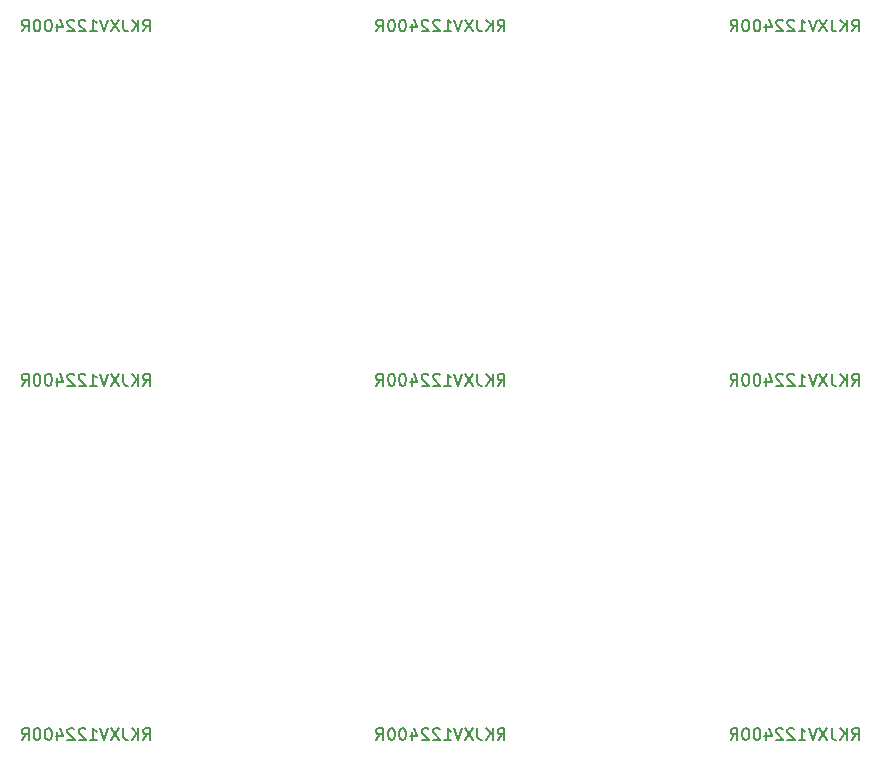
<source format=gbo>
%TF.GenerationSoftware,KiCad,Pcbnew,8.0.7*%
%TF.CreationDate,2025-02-11T00:04:32+09:00*%
%TF.ProjectId,joystick_pcb_3x3,6a6f7973-7469-4636-9b5f-7063625f3378,rev?*%
%TF.SameCoordinates,Original*%
%TF.FileFunction,Legend,Bot*%
%TF.FilePolarity,Positive*%
%FSLAX46Y46*%
G04 Gerber Fmt 4.6, Leading zero omitted, Abs format (unit mm)*
G04 Created by KiCad (PCBNEW 8.0.7) date 2025-02-11 00:04:32*
%MOMM*%
%LPD*%
G01*
G04 APERTURE LIST*
%ADD10C,0.150000*%
G04 APERTURE END LIST*
D10*
X94833333Y-87944819D02*
X95166666Y-87468628D01*
X95404761Y-87944819D02*
X95404761Y-86944819D01*
X95404761Y-86944819D02*
X95023809Y-86944819D01*
X95023809Y-86944819D02*
X94928571Y-86992438D01*
X94928571Y-86992438D02*
X94880952Y-87040057D01*
X94880952Y-87040057D02*
X94833333Y-87135295D01*
X94833333Y-87135295D02*
X94833333Y-87278152D01*
X94833333Y-87278152D02*
X94880952Y-87373390D01*
X94880952Y-87373390D02*
X94928571Y-87421009D01*
X94928571Y-87421009D02*
X95023809Y-87468628D01*
X95023809Y-87468628D02*
X95404761Y-87468628D01*
X94404761Y-87944819D02*
X94404761Y-86944819D01*
X93833333Y-87944819D02*
X94261904Y-87373390D01*
X93833333Y-86944819D02*
X94404761Y-87516247D01*
X93119047Y-86944819D02*
X93119047Y-87659104D01*
X93119047Y-87659104D02*
X93166666Y-87801961D01*
X93166666Y-87801961D02*
X93261904Y-87897200D01*
X93261904Y-87897200D02*
X93404761Y-87944819D01*
X93404761Y-87944819D02*
X93499999Y-87944819D01*
X92738094Y-86944819D02*
X92071428Y-87944819D01*
X92071428Y-86944819D02*
X92738094Y-87944819D01*
X91833332Y-86944819D02*
X91499999Y-87944819D01*
X91499999Y-87944819D02*
X91166666Y-86944819D01*
X90309523Y-87944819D02*
X90880951Y-87944819D01*
X90595237Y-87944819D02*
X90595237Y-86944819D01*
X90595237Y-86944819D02*
X90690475Y-87087676D01*
X90690475Y-87087676D02*
X90785713Y-87182914D01*
X90785713Y-87182914D02*
X90880951Y-87230533D01*
X89928570Y-87040057D02*
X89880951Y-86992438D01*
X89880951Y-86992438D02*
X89785713Y-86944819D01*
X89785713Y-86944819D02*
X89547618Y-86944819D01*
X89547618Y-86944819D02*
X89452380Y-86992438D01*
X89452380Y-86992438D02*
X89404761Y-87040057D01*
X89404761Y-87040057D02*
X89357142Y-87135295D01*
X89357142Y-87135295D02*
X89357142Y-87230533D01*
X89357142Y-87230533D02*
X89404761Y-87373390D01*
X89404761Y-87373390D02*
X89976189Y-87944819D01*
X89976189Y-87944819D02*
X89357142Y-87944819D01*
X88976189Y-87040057D02*
X88928570Y-86992438D01*
X88928570Y-86992438D02*
X88833332Y-86944819D01*
X88833332Y-86944819D02*
X88595237Y-86944819D01*
X88595237Y-86944819D02*
X88499999Y-86992438D01*
X88499999Y-86992438D02*
X88452380Y-87040057D01*
X88452380Y-87040057D02*
X88404761Y-87135295D01*
X88404761Y-87135295D02*
X88404761Y-87230533D01*
X88404761Y-87230533D02*
X88452380Y-87373390D01*
X88452380Y-87373390D02*
X89023808Y-87944819D01*
X89023808Y-87944819D02*
X88404761Y-87944819D01*
X87547618Y-87278152D02*
X87547618Y-87944819D01*
X87785713Y-86897200D02*
X88023808Y-87611485D01*
X88023808Y-87611485D02*
X87404761Y-87611485D01*
X86833332Y-86944819D02*
X86738094Y-86944819D01*
X86738094Y-86944819D02*
X86642856Y-86992438D01*
X86642856Y-86992438D02*
X86595237Y-87040057D01*
X86595237Y-87040057D02*
X86547618Y-87135295D01*
X86547618Y-87135295D02*
X86499999Y-87325771D01*
X86499999Y-87325771D02*
X86499999Y-87563866D01*
X86499999Y-87563866D02*
X86547618Y-87754342D01*
X86547618Y-87754342D02*
X86595237Y-87849580D01*
X86595237Y-87849580D02*
X86642856Y-87897200D01*
X86642856Y-87897200D02*
X86738094Y-87944819D01*
X86738094Y-87944819D02*
X86833332Y-87944819D01*
X86833332Y-87944819D02*
X86928570Y-87897200D01*
X86928570Y-87897200D02*
X86976189Y-87849580D01*
X86976189Y-87849580D02*
X87023808Y-87754342D01*
X87023808Y-87754342D02*
X87071427Y-87563866D01*
X87071427Y-87563866D02*
X87071427Y-87325771D01*
X87071427Y-87325771D02*
X87023808Y-87135295D01*
X87023808Y-87135295D02*
X86976189Y-87040057D01*
X86976189Y-87040057D02*
X86928570Y-86992438D01*
X86928570Y-86992438D02*
X86833332Y-86944819D01*
X85880951Y-86944819D02*
X85785713Y-86944819D01*
X85785713Y-86944819D02*
X85690475Y-86992438D01*
X85690475Y-86992438D02*
X85642856Y-87040057D01*
X85642856Y-87040057D02*
X85595237Y-87135295D01*
X85595237Y-87135295D02*
X85547618Y-87325771D01*
X85547618Y-87325771D02*
X85547618Y-87563866D01*
X85547618Y-87563866D02*
X85595237Y-87754342D01*
X85595237Y-87754342D02*
X85642856Y-87849580D01*
X85642856Y-87849580D02*
X85690475Y-87897200D01*
X85690475Y-87897200D02*
X85785713Y-87944819D01*
X85785713Y-87944819D02*
X85880951Y-87944819D01*
X85880951Y-87944819D02*
X85976189Y-87897200D01*
X85976189Y-87897200D02*
X86023808Y-87849580D01*
X86023808Y-87849580D02*
X86071427Y-87754342D01*
X86071427Y-87754342D02*
X86119046Y-87563866D01*
X86119046Y-87563866D02*
X86119046Y-87325771D01*
X86119046Y-87325771D02*
X86071427Y-87135295D01*
X86071427Y-87135295D02*
X86023808Y-87040057D01*
X86023808Y-87040057D02*
X85976189Y-86992438D01*
X85976189Y-86992438D02*
X85880951Y-86944819D01*
X84547618Y-87944819D02*
X84880951Y-87468628D01*
X85119046Y-87944819D02*
X85119046Y-86944819D01*
X85119046Y-86944819D02*
X84738094Y-86944819D01*
X84738094Y-86944819D02*
X84642856Y-86992438D01*
X84642856Y-86992438D02*
X84595237Y-87040057D01*
X84595237Y-87040057D02*
X84547618Y-87135295D01*
X84547618Y-87135295D02*
X84547618Y-87278152D01*
X84547618Y-87278152D02*
X84595237Y-87373390D01*
X84595237Y-87373390D02*
X84642856Y-87421009D01*
X84642856Y-87421009D02*
X84738094Y-87468628D01*
X84738094Y-87468628D02*
X85119046Y-87468628D01*
X64833333Y-87944819D02*
X65166666Y-87468628D01*
X65404761Y-87944819D02*
X65404761Y-86944819D01*
X65404761Y-86944819D02*
X65023809Y-86944819D01*
X65023809Y-86944819D02*
X64928571Y-86992438D01*
X64928571Y-86992438D02*
X64880952Y-87040057D01*
X64880952Y-87040057D02*
X64833333Y-87135295D01*
X64833333Y-87135295D02*
X64833333Y-87278152D01*
X64833333Y-87278152D02*
X64880952Y-87373390D01*
X64880952Y-87373390D02*
X64928571Y-87421009D01*
X64928571Y-87421009D02*
X65023809Y-87468628D01*
X65023809Y-87468628D02*
X65404761Y-87468628D01*
X64404761Y-87944819D02*
X64404761Y-86944819D01*
X63833333Y-87944819D02*
X64261904Y-87373390D01*
X63833333Y-86944819D02*
X64404761Y-87516247D01*
X63119047Y-86944819D02*
X63119047Y-87659104D01*
X63119047Y-87659104D02*
X63166666Y-87801961D01*
X63166666Y-87801961D02*
X63261904Y-87897200D01*
X63261904Y-87897200D02*
X63404761Y-87944819D01*
X63404761Y-87944819D02*
X63499999Y-87944819D01*
X62738094Y-86944819D02*
X62071428Y-87944819D01*
X62071428Y-86944819D02*
X62738094Y-87944819D01*
X61833332Y-86944819D02*
X61499999Y-87944819D01*
X61499999Y-87944819D02*
X61166666Y-86944819D01*
X60309523Y-87944819D02*
X60880951Y-87944819D01*
X60595237Y-87944819D02*
X60595237Y-86944819D01*
X60595237Y-86944819D02*
X60690475Y-87087676D01*
X60690475Y-87087676D02*
X60785713Y-87182914D01*
X60785713Y-87182914D02*
X60880951Y-87230533D01*
X59928570Y-87040057D02*
X59880951Y-86992438D01*
X59880951Y-86992438D02*
X59785713Y-86944819D01*
X59785713Y-86944819D02*
X59547618Y-86944819D01*
X59547618Y-86944819D02*
X59452380Y-86992438D01*
X59452380Y-86992438D02*
X59404761Y-87040057D01*
X59404761Y-87040057D02*
X59357142Y-87135295D01*
X59357142Y-87135295D02*
X59357142Y-87230533D01*
X59357142Y-87230533D02*
X59404761Y-87373390D01*
X59404761Y-87373390D02*
X59976189Y-87944819D01*
X59976189Y-87944819D02*
X59357142Y-87944819D01*
X58976189Y-87040057D02*
X58928570Y-86992438D01*
X58928570Y-86992438D02*
X58833332Y-86944819D01*
X58833332Y-86944819D02*
X58595237Y-86944819D01*
X58595237Y-86944819D02*
X58499999Y-86992438D01*
X58499999Y-86992438D02*
X58452380Y-87040057D01*
X58452380Y-87040057D02*
X58404761Y-87135295D01*
X58404761Y-87135295D02*
X58404761Y-87230533D01*
X58404761Y-87230533D02*
X58452380Y-87373390D01*
X58452380Y-87373390D02*
X59023808Y-87944819D01*
X59023808Y-87944819D02*
X58404761Y-87944819D01*
X57547618Y-87278152D02*
X57547618Y-87944819D01*
X57785713Y-86897200D02*
X58023808Y-87611485D01*
X58023808Y-87611485D02*
X57404761Y-87611485D01*
X56833332Y-86944819D02*
X56738094Y-86944819D01*
X56738094Y-86944819D02*
X56642856Y-86992438D01*
X56642856Y-86992438D02*
X56595237Y-87040057D01*
X56595237Y-87040057D02*
X56547618Y-87135295D01*
X56547618Y-87135295D02*
X56499999Y-87325771D01*
X56499999Y-87325771D02*
X56499999Y-87563866D01*
X56499999Y-87563866D02*
X56547618Y-87754342D01*
X56547618Y-87754342D02*
X56595237Y-87849580D01*
X56595237Y-87849580D02*
X56642856Y-87897200D01*
X56642856Y-87897200D02*
X56738094Y-87944819D01*
X56738094Y-87944819D02*
X56833332Y-87944819D01*
X56833332Y-87944819D02*
X56928570Y-87897200D01*
X56928570Y-87897200D02*
X56976189Y-87849580D01*
X56976189Y-87849580D02*
X57023808Y-87754342D01*
X57023808Y-87754342D02*
X57071427Y-87563866D01*
X57071427Y-87563866D02*
X57071427Y-87325771D01*
X57071427Y-87325771D02*
X57023808Y-87135295D01*
X57023808Y-87135295D02*
X56976189Y-87040057D01*
X56976189Y-87040057D02*
X56928570Y-86992438D01*
X56928570Y-86992438D02*
X56833332Y-86944819D01*
X55880951Y-86944819D02*
X55785713Y-86944819D01*
X55785713Y-86944819D02*
X55690475Y-86992438D01*
X55690475Y-86992438D02*
X55642856Y-87040057D01*
X55642856Y-87040057D02*
X55595237Y-87135295D01*
X55595237Y-87135295D02*
X55547618Y-87325771D01*
X55547618Y-87325771D02*
X55547618Y-87563866D01*
X55547618Y-87563866D02*
X55595237Y-87754342D01*
X55595237Y-87754342D02*
X55642856Y-87849580D01*
X55642856Y-87849580D02*
X55690475Y-87897200D01*
X55690475Y-87897200D02*
X55785713Y-87944819D01*
X55785713Y-87944819D02*
X55880951Y-87944819D01*
X55880951Y-87944819D02*
X55976189Y-87897200D01*
X55976189Y-87897200D02*
X56023808Y-87849580D01*
X56023808Y-87849580D02*
X56071427Y-87754342D01*
X56071427Y-87754342D02*
X56119046Y-87563866D01*
X56119046Y-87563866D02*
X56119046Y-87325771D01*
X56119046Y-87325771D02*
X56071427Y-87135295D01*
X56071427Y-87135295D02*
X56023808Y-87040057D01*
X56023808Y-87040057D02*
X55976189Y-86992438D01*
X55976189Y-86992438D02*
X55880951Y-86944819D01*
X54547618Y-87944819D02*
X54880951Y-87468628D01*
X55119046Y-87944819D02*
X55119046Y-86944819D01*
X55119046Y-86944819D02*
X54738094Y-86944819D01*
X54738094Y-86944819D02*
X54642856Y-86992438D01*
X54642856Y-86992438D02*
X54595237Y-87040057D01*
X54595237Y-87040057D02*
X54547618Y-87135295D01*
X54547618Y-87135295D02*
X54547618Y-87278152D01*
X54547618Y-87278152D02*
X54595237Y-87373390D01*
X54595237Y-87373390D02*
X54642856Y-87421009D01*
X54642856Y-87421009D02*
X54738094Y-87468628D01*
X54738094Y-87468628D02*
X55119046Y-87468628D01*
X34833333Y-87944819D02*
X35166666Y-87468628D01*
X35404761Y-87944819D02*
X35404761Y-86944819D01*
X35404761Y-86944819D02*
X35023809Y-86944819D01*
X35023809Y-86944819D02*
X34928571Y-86992438D01*
X34928571Y-86992438D02*
X34880952Y-87040057D01*
X34880952Y-87040057D02*
X34833333Y-87135295D01*
X34833333Y-87135295D02*
X34833333Y-87278152D01*
X34833333Y-87278152D02*
X34880952Y-87373390D01*
X34880952Y-87373390D02*
X34928571Y-87421009D01*
X34928571Y-87421009D02*
X35023809Y-87468628D01*
X35023809Y-87468628D02*
X35404761Y-87468628D01*
X34404761Y-87944819D02*
X34404761Y-86944819D01*
X33833333Y-87944819D02*
X34261904Y-87373390D01*
X33833333Y-86944819D02*
X34404761Y-87516247D01*
X33119047Y-86944819D02*
X33119047Y-87659104D01*
X33119047Y-87659104D02*
X33166666Y-87801961D01*
X33166666Y-87801961D02*
X33261904Y-87897200D01*
X33261904Y-87897200D02*
X33404761Y-87944819D01*
X33404761Y-87944819D02*
X33499999Y-87944819D01*
X32738094Y-86944819D02*
X32071428Y-87944819D01*
X32071428Y-86944819D02*
X32738094Y-87944819D01*
X31833332Y-86944819D02*
X31499999Y-87944819D01*
X31499999Y-87944819D02*
X31166666Y-86944819D01*
X30309523Y-87944819D02*
X30880951Y-87944819D01*
X30595237Y-87944819D02*
X30595237Y-86944819D01*
X30595237Y-86944819D02*
X30690475Y-87087676D01*
X30690475Y-87087676D02*
X30785713Y-87182914D01*
X30785713Y-87182914D02*
X30880951Y-87230533D01*
X29928570Y-87040057D02*
X29880951Y-86992438D01*
X29880951Y-86992438D02*
X29785713Y-86944819D01*
X29785713Y-86944819D02*
X29547618Y-86944819D01*
X29547618Y-86944819D02*
X29452380Y-86992438D01*
X29452380Y-86992438D02*
X29404761Y-87040057D01*
X29404761Y-87040057D02*
X29357142Y-87135295D01*
X29357142Y-87135295D02*
X29357142Y-87230533D01*
X29357142Y-87230533D02*
X29404761Y-87373390D01*
X29404761Y-87373390D02*
X29976189Y-87944819D01*
X29976189Y-87944819D02*
X29357142Y-87944819D01*
X28976189Y-87040057D02*
X28928570Y-86992438D01*
X28928570Y-86992438D02*
X28833332Y-86944819D01*
X28833332Y-86944819D02*
X28595237Y-86944819D01*
X28595237Y-86944819D02*
X28499999Y-86992438D01*
X28499999Y-86992438D02*
X28452380Y-87040057D01*
X28452380Y-87040057D02*
X28404761Y-87135295D01*
X28404761Y-87135295D02*
X28404761Y-87230533D01*
X28404761Y-87230533D02*
X28452380Y-87373390D01*
X28452380Y-87373390D02*
X29023808Y-87944819D01*
X29023808Y-87944819D02*
X28404761Y-87944819D01*
X27547618Y-87278152D02*
X27547618Y-87944819D01*
X27785713Y-86897200D02*
X28023808Y-87611485D01*
X28023808Y-87611485D02*
X27404761Y-87611485D01*
X26833332Y-86944819D02*
X26738094Y-86944819D01*
X26738094Y-86944819D02*
X26642856Y-86992438D01*
X26642856Y-86992438D02*
X26595237Y-87040057D01*
X26595237Y-87040057D02*
X26547618Y-87135295D01*
X26547618Y-87135295D02*
X26499999Y-87325771D01*
X26499999Y-87325771D02*
X26499999Y-87563866D01*
X26499999Y-87563866D02*
X26547618Y-87754342D01*
X26547618Y-87754342D02*
X26595237Y-87849580D01*
X26595237Y-87849580D02*
X26642856Y-87897200D01*
X26642856Y-87897200D02*
X26738094Y-87944819D01*
X26738094Y-87944819D02*
X26833332Y-87944819D01*
X26833332Y-87944819D02*
X26928570Y-87897200D01*
X26928570Y-87897200D02*
X26976189Y-87849580D01*
X26976189Y-87849580D02*
X27023808Y-87754342D01*
X27023808Y-87754342D02*
X27071427Y-87563866D01*
X27071427Y-87563866D02*
X27071427Y-87325771D01*
X27071427Y-87325771D02*
X27023808Y-87135295D01*
X27023808Y-87135295D02*
X26976189Y-87040057D01*
X26976189Y-87040057D02*
X26928570Y-86992438D01*
X26928570Y-86992438D02*
X26833332Y-86944819D01*
X25880951Y-86944819D02*
X25785713Y-86944819D01*
X25785713Y-86944819D02*
X25690475Y-86992438D01*
X25690475Y-86992438D02*
X25642856Y-87040057D01*
X25642856Y-87040057D02*
X25595237Y-87135295D01*
X25595237Y-87135295D02*
X25547618Y-87325771D01*
X25547618Y-87325771D02*
X25547618Y-87563866D01*
X25547618Y-87563866D02*
X25595237Y-87754342D01*
X25595237Y-87754342D02*
X25642856Y-87849580D01*
X25642856Y-87849580D02*
X25690475Y-87897200D01*
X25690475Y-87897200D02*
X25785713Y-87944819D01*
X25785713Y-87944819D02*
X25880951Y-87944819D01*
X25880951Y-87944819D02*
X25976189Y-87897200D01*
X25976189Y-87897200D02*
X26023808Y-87849580D01*
X26023808Y-87849580D02*
X26071427Y-87754342D01*
X26071427Y-87754342D02*
X26119046Y-87563866D01*
X26119046Y-87563866D02*
X26119046Y-87325771D01*
X26119046Y-87325771D02*
X26071427Y-87135295D01*
X26071427Y-87135295D02*
X26023808Y-87040057D01*
X26023808Y-87040057D02*
X25976189Y-86992438D01*
X25976189Y-86992438D02*
X25880951Y-86944819D01*
X24547618Y-87944819D02*
X24880951Y-87468628D01*
X25119046Y-87944819D02*
X25119046Y-86944819D01*
X25119046Y-86944819D02*
X24738094Y-86944819D01*
X24738094Y-86944819D02*
X24642856Y-86992438D01*
X24642856Y-86992438D02*
X24595237Y-87040057D01*
X24595237Y-87040057D02*
X24547618Y-87135295D01*
X24547618Y-87135295D02*
X24547618Y-87278152D01*
X24547618Y-87278152D02*
X24595237Y-87373390D01*
X24595237Y-87373390D02*
X24642856Y-87421009D01*
X24642856Y-87421009D02*
X24738094Y-87468628D01*
X24738094Y-87468628D02*
X25119046Y-87468628D01*
X94833333Y-57944819D02*
X95166666Y-57468628D01*
X95404761Y-57944819D02*
X95404761Y-56944819D01*
X95404761Y-56944819D02*
X95023809Y-56944819D01*
X95023809Y-56944819D02*
X94928571Y-56992438D01*
X94928571Y-56992438D02*
X94880952Y-57040057D01*
X94880952Y-57040057D02*
X94833333Y-57135295D01*
X94833333Y-57135295D02*
X94833333Y-57278152D01*
X94833333Y-57278152D02*
X94880952Y-57373390D01*
X94880952Y-57373390D02*
X94928571Y-57421009D01*
X94928571Y-57421009D02*
X95023809Y-57468628D01*
X95023809Y-57468628D02*
X95404761Y-57468628D01*
X94404761Y-57944819D02*
X94404761Y-56944819D01*
X93833333Y-57944819D02*
X94261904Y-57373390D01*
X93833333Y-56944819D02*
X94404761Y-57516247D01*
X93119047Y-56944819D02*
X93119047Y-57659104D01*
X93119047Y-57659104D02*
X93166666Y-57801961D01*
X93166666Y-57801961D02*
X93261904Y-57897200D01*
X93261904Y-57897200D02*
X93404761Y-57944819D01*
X93404761Y-57944819D02*
X93499999Y-57944819D01*
X92738094Y-56944819D02*
X92071428Y-57944819D01*
X92071428Y-56944819D02*
X92738094Y-57944819D01*
X91833332Y-56944819D02*
X91499999Y-57944819D01*
X91499999Y-57944819D02*
X91166666Y-56944819D01*
X90309523Y-57944819D02*
X90880951Y-57944819D01*
X90595237Y-57944819D02*
X90595237Y-56944819D01*
X90595237Y-56944819D02*
X90690475Y-57087676D01*
X90690475Y-57087676D02*
X90785713Y-57182914D01*
X90785713Y-57182914D02*
X90880951Y-57230533D01*
X89928570Y-57040057D02*
X89880951Y-56992438D01*
X89880951Y-56992438D02*
X89785713Y-56944819D01*
X89785713Y-56944819D02*
X89547618Y-56944819D01*
X89547618Y-56944819D02*
X89452380Y-56992438D01*
X89452380Y-56992438D02*
X89404761Y-57040057D01*
X89404761Y-57040057D02*
X89357142Y-57135295D01*
X89357142Y-57135295D02*
X89357142Y-57230533D01*
X89357142Y-57230533D02*
X89404761Y-57373390D01*
X89404761Y-57373390D02*
X89976189Y-57944819D01*
X89976189Y-57944819D02*
X89357142Y-57944819D01*
X88976189Y-57040057D02*
X88928570Y-56992438D01*
X88928570Y-56992438D02*
X88833332Y-56944819D01*
X88833332Y-56944819D02*
X88595237Y-56944819D01*
X88595237Y-56944819D02*
X88499999Y-56992438D01*
X88499999Y-56992438D02*
X88452380Y-57040057D01*
X88452380Y-57040057D02*
X88404761Y-57135295D01*
X88404761Y-57135295D02*
X88404761Y-57230533D01*
X88404761Y-57230533D02*
X88452380Y-57373390D01*
X88452380Y-57373390D02*
X89023808Y-57944819D01*
X89023808Y-57944819D02*
X88404761Y-57944819D01*
X87547618Y-57278152D02*
X87547618Y-57944819D01*
X87785713Y-56897200D02*
X88023808Y-57611485D01*
X88023808Y-57611485D02*
X87404761Y-57611485D01*
X86833332Y-56944819D02*
X86738094Y-56944819D01*
X86738094Y-56944819D02*
X86642856Y-56992438D01*
X86642856Y-56992438D02*
X86595237Y-57040057D01*
X86595237Y-57040057D02*
X86547618Y-57135295D01*
X86547618Y-57135295D02*
X86499999Y-57325771D01*
X86499999Y-57325771D02*
X86499999Y-57563866D01*
X86499999Y-57563866D02*
X86547618Y-57754342D01*
X86547618Y-57754342D02*
X86595237Y-57849580D01*
X86595237Y-57849580D02*
X86642856Y-57897200D01*
X86642856Y-57897200D02*
X86738094Y-57944819D01*
X86738094Y-57944819D02*
X86833332Y-57944819D01*
X86833332Y-57944819D02*
X86928570Y-57897200D01*
X86928570Y-57897200D02*
X86976189Y-57849580D01*
X86976189Y-57849580D02*
X87023808Y-57754342D01*
X87023808Y-57754342D02*
X87071427Y-57563866D01*
X87071427Y-57563866D02*
X87071427Y-57325771D01*
X87071427Y-57325771D02*
X87023808Y-57135295D01*
X87023808Y-57135295D02*
X86976189Y-57040057D01*
X86976189Y-57040057D02*
X86928570Y-56992438D01*
X86928570Y-56992438D02*
X86833332Y-56944819D01*
X85880951Y-56944819D02*
X85785713Y-56944819D01*
X85785713Y-56944819D02*
X85690475Y-56992438D01*
X85690475Y-56992438D02*
X85642856Y-57040057D01*
X85642856Y-57040057D02*
X85595237Y-57135295D01*
X85595237Y-57135295D02*
X85547618Y-57325771D01*
X85547618Y-57325771D02*
X85547618Y-57563866D01*
X85547618Y-57563866D02*
X85595237Y-57754342D01*
X85595237Y-57754342D02*
X85642856Y-57849580D01*
X85642856Y-57849580D02*
X85690475Y-57897200D01*
X85690475Y-57897200D02*
X85785713Y-57944819D01*
X85785713Y-57944819D02*
X85880951Y-57944819D01*
X85880951Y-57944819D02*
X85976189Y-57897200D01*
X85976189Y-57897200D02*
X86023808Y-57849580D01*
X86023808Y-57849580D02*
X86071427Y-57754342D01*
X86071427Y-57754342D02*
X86119046Y-57563866D01*
X86119046Y-57563866D02*
X86119046Y-57325771D01*
X86119046Y-57325771D02*
X86071427Y-57135295D01*
X86071427Y-57135295D02*
X86023808Y-57040057D01*
X86023808Y-57040057D02*
X85976189Y-56992438D01*
X85976189Y-56992438D02*
X85880951Y-56944819D01*
X84547618Y-57944819D02*
X84880951Y-57468628D01*
X85119046Y-57944819D02*
X85119046Y-56944819D01*
X85119046Y-56944819D02*
X84738094Y-56944819D01*
X84738094Y-56944819D02*
X84642856Y-56992438D01*
X84642856Y-56992438D02*
X84595237Y-57040057D01*
X84595237Y-57040057D02*
X84547618Y-57135295D01*
X84547618Y-57135295D02*
X84547618Y-57278152D01*
X84547618Y-57278152D02*
X84595237Y-57373390D01*
X84595237Y-57373390D02*
X84642856Y-57421009D01*
X84642856Y-57421009D02*
X84738094Y-57468628D01*
X84738094Y-57468628D02*
X85119046Y-57468628D01*
X64833333Y-57944819D02*
X65166666Y-57468628D01*
X65404761Y-57944819D02*
X65404761Y-56944819D01*
X65404761Y-56944819D02*
X65023809Y-56944819D01*
X65023809Y-56944819D02*
X64928571Y-56992438D01*
X64928571Y-56992438D02*
X64880952Y-57040057D01*
X64880952Y-57040057D02*
X64833333Y-57135295D01*
X64833333Y-57135295D02*
X64833333Y-57278152D01*
X64833333Y-57278152D02*
X64880952Y-57373390D01*
X64880952Y-57373390D02*
X64928571Y-57421009D01*
X64928571Y-57421009D02*
X65023809Y-57468628D01*
X65023809Y-57468628D02*
X65404761Y-57468628D01*
X64404761Y-57944819D02*
X64404761Y-56944819D01*
X63833333Y-57944819D02*
X64261904Y-57373390D01*
X63833333Y-56944819D02*
X64404761Y-57516247D01*
X63119047Y-56944819D02*
X63119047Y-57659104D01*
X63119047Y-57659104D02*
X63166666Y-57801961D01*
X63166666Y-57801961D02*
X63261904Y-57897200D01*
X63261904Y-57897200D02*
X63404761Y-57944819D01*
X63404761Y-57944819D02*
X63499999Y-57944819D01*
X62738094Y-56944819D02*
X62071428Y-57944819D01*
X62071428Y-56944819D02*
X62738094Y-57944819D01*
X61833332Y-56944819D02*
X61499999Y-57944819D01*
X61499999Y-57944819D02*
X61166666Y-56944819D01*
X60309523Y-57944819D02*
X60880951Y-57944819D01*
X60595237Y-57944819D02*
X60595237Y-56944819D01*
X60595237Y-56944819D02*
X60690475Y-57087676D01*
X60690475Y-57087676D02*
X60785713Y-57182914D01*
X60785713Y-57182914D02*
X60880951Y-57230533D01*
X59928570Y-57040057D02*
X59880951Y-56992438D01*
X59880951Y-56992438D02*
X59785713Y-56944819D01*
X59785713Y-56944819D02*
X59547618Y-56944819D01*
X59547618Y-56944819D02*
X59452380Y-56992438D01*
X59452380Y-56992438D02*
X59404761Y-57040057D01*
X59404761Y-57040057D02*
X59357142Y-57135295D01*
X59357142Y-57135295D02*
X59357142Y-57230533D01*
X59357142Y-57230533D02*
X59404761Y-57373390D01*
X59404761Y-57373390D02*
X59976189Y-57944819D01*
X59976189Y-57944819D02*
X59357142Y-57944819D01*
X58976189Y-57040057D02*
X58928570Y-56992438D01*
X58928570Y-56992438D02*
X58833332Y-56944819D01*
X58833332Y-56944819D02*
X58595237Y-56944819D01*
X58595237Y-56944819D02*
X58499999Y-56992438D01*
X58499999Y-56992438D02*
X58452380Y-57040057D01*
X58452380Y-57040057D02*
X58404761Y-57135295D01*
X58404761Y-57135295D02*
X58404761Y-57230533D01*
X58404761Y-57230533D02*
X58452380Y-57373390D01*
X58452380Y-57373390D02*
X59023808Y-57944819D01*
X59023808Y-57944819D02*
X58404761Y-57944819D01*
X57547618Y-57278152D02*
X57547618Y-57944819D01*
X57785713Y-56897200D02*
X58023808Y-57611485D01*
X58023808Y-57611485D02*
X57404761Y-57611485D01*
X56833332Y-56944819D02*
X56738094Y-56944819D01*
X56738094Y-56944819D02*
X56642856Y-56992438D01*
X56642856Y-56992438D02*
X56595237Y-57040057D01*
X56595237Y-57040057D02*
X56547618Y-57135295D01*
X56547618Y-57135295D02*
X56499999Y-57325771D01*
X56499999Y-57325771D02*
X56499999Y-57563866D01*
X56499999Y-57563866D02*
X56547618Y-57754342D01*
X56547618Y-57754342D02*
X56595237Y-57849580D01*
X56595237Y-57849580D02*
X56642856Y-57897200D01*
X56642856Y-57897200D02*
X56738094Y-57944819D01*
X56738094Y-57944819D02*
X56833332Y-57944819D01*
X56833332Y-57944819D02*
X56928570Y-57897200D01*
X56928570Y-57897200D02*
X56976189Y-57849580D01*
X56976189Y-57849580D02*
X57023808Y-57754342D01*
X57023808Y-57754342D02*
X57071427Y-57563866D01*
X57071427Y-57563866D02*
X57071427Y-57325771D01*
X57071427Y-57325771D02*
X57023808Y-57135295D01*
X57023808Y-57135295D02*
X56976189Y-57040057D01*
X56976189Y-57040057D02*
X56928570Y-56992438D01*
X56928570Y-56992438D02*
X56833332Y-56944819D01*
X55880951Y-56944819D02*
X55785713Y-56944819D01*
X55785713Y-56944819D02*
X55690475Y-56992438D01*
X55690475Y-56992438D02*
X55642856Y-57040057D01*
X55642856Y-57040057D02*
X55595237Y-57135295D01*
X55595237Y-57135295D02*
X55547618Y-57325771D01*
X55547618Y-57325771D02*
X55547618Y-57563866D01*
X55547618Y-57563866D02*
X55595237Y-57754342D01*
X55595237Y-57754342D02*
X55642856Y-57849580D01*
X55642856Y-57849580D02*
X55690475Y-57897200D01*
X55690475Y-57897200D02*
X55785713Y-57944819D01*
X55785713Y-57944819D02*
X55880951Y-57944819D01*
X55880951Y-57944819D02*
X55976189Y-57897200D01*
X55976189Y-57897200D02*
X56023808Y-57849580D01*
X56023808Y-57849580D02*
X56071427Y-57754342D01*
X56071427Y-57754342D02*
X56119046Y-57563866D01*
X56119046Y-57563866D02*
X56119046Y-57325771D01*
X56119046Y-57325771D02*
X56071427Y-57135295D01*
X56071427Y-57135295D02*
X56023808Y-57040057D01*
X56023808Y-57040057D02*
X55976189Y-56992438D01*
X55976189Y-56992438D02*
X55880951Y-56944819D01*
X54547618Y-57944819D02*
X54880951Y-57468628D01*
X55119046Y-57944819D02*
X55119046Y-56944819D01*
X55119046Y-56944819D02*
X54738094Y-56944819D01*
X54738094Y-56944819D02*
X54642856Y-56992438D01*
X54642856Y-56992438D02*
X54595237Y-57040057D01*
X54595237Y-57040057D02*
X54547618Y-57135295D01*
X54547618Y-57135295D02*
X54547618Y-57278152D01*
X54547618Y-57278152D02*
X54595237Y-57373390D01*
X54595237Y-57373390D02*
X54642856Y-57421009D01*
X54642856Y-57421009D02*
X54738094Y-57468628D01*
X54738094Y-57468628D02*
X55119046Y-57468628D01*
X34833333Y-57944819D02*
X35166666Y-57468628D01*
X35404761Y-57944819D02*
X35404761Y-56944819D01*
X35404761Y-56944819D02*
X35023809Y-56944819D01*
X35023809Y-56944819D02*
X34928571Y-56992438D01*
X34928571Y-56992438D02*
X34880952Y-57040057D01*
X34880952Y-57040057D02*
X34833333Y-57135295D01*
X34833333Y-57135295D02*
X34833333Y-57278152D01*
X34833333Y-57278152D02*
X34880952Y-57373390D01*
X34880952Y-57373390D02*
X34928571Y-57421009D01*
X34928571Y-57421009D02*
X35023809Y-57468628D01*
X35023809Y-57468628D02*
X35404761Y-57468628D01*
X34404761Y-57944819D02*
X34404761Y-56944819D01*
X33833333Y-57944819D02*
X34261904Y-57373390D01*
X33833333Y-56944819D02*
X34404761Y-57516247D01*
X33119047Y-56944819D02*
X33119047Y-57659104D01*
X33119047Y-57659104D02*
X33166666Y-57801961D01*
X33166666Y-57801961D02*
X33261904Y-57897200D01*
X33261904Y-57897200D02*
X33404761Y-57944819D01*
X33404761Y-57944819D02*
X33499999Y-57944819D01*
X32738094Y-56944819D02*
X32071428Y-57944819D01*
X32071428Y-56944819D02*
X32738094Y-57944819D01*
X31833332Y-56944819D02*
X31499999Y-57944819D01*
X31499999Y-57944819D02*
X31166666Y-56944819D01*
X30309523Y-57944819D02*
X30880951Y-57944819D01*
X30595237Y-57944819D02*
X30595237Y-56944819D01*
X30595237Y-56944819D02*
X30690475Y-57087676D01*
X30690475Y-57087676D02*
X30785713Y-57182914D01*
X30785713Y-57182914D02*
X30880951Y-57230533D01*
X29928570Y-57040057D02*
X29880951Y-56992438D01*
X29880951Y-56992438D02*
X29785713Y-56944819D01*
X29785713Y-56944819D02*
X29547618Y-56944819D01*
X29547618Y-56944819D02*
X29452380Y-56992438D01*
X29452380Y-56992438D02*
X29404761Y-57040057D01*
X29404761Y-57040057D02*
X29357142Y-57135295D01*
X29357142Y-57135295D02*
X29357142Y-57230533D01*
X29357142Y-57230533D02*
X29404761Y-57373390D01*
X29404761Y-57373390D02*
X29976189Y-57944819D01*
X29976189Y-57944819D02*
X29357142Y-57944819D01*
X28976189Y-57040057D02*
X28928570Y-56992438D01*
X28928570Y-56992438D02*
X28833332Y-56944819D01*
X28833332Y-56944819D02*
X28595237Y-56944819D01*
X28595237Y-56944819D02*
X28499999Y-56992438D01*
X28499999Y-56992438D02*
X28452380Y-57040057D01*
X28452380Y-57040057D02*
X28404761Y-57135295D01*
X28404761Y-57135295D02*
X28404761Y-57230533D01*
X28404761Y-57230533D02*
X28452380Y-57373390D01*
X28452380Y-57373390D02*
X29023808Y-57944819D01*
X29023808Y-57944819D02*
X28404761Y-57944819D01*
X27547618Y-57278152D02*
X27547618Y-57944819D01*
X27785713Y-56897200D02*
X28023808Y-57611485D01*
X28023808Y-57611485D02*
X27404761Y-57611485D01*
X26833332Y-56944819D02*
X26738094Y-56944819D01*
X26738094Y-56944819D02*
X26642856Y-56992438D01*
X26642856Y-56992438D02*
X26595237Y-57040057D01*
X26595237Y-57040057D02*
X26547618Y-57135295D01*
X26547618Y-57135295D02*
X26499999Y-57325771D01*
X26499999Y-57325771D02*
X26499999Y-57563866D01*
X26499999Y-57563866D02*
X26547618Y-57754342D01*
X26547618Y-57754342D02*
X26595237Y-57849580D01*
X26595237Y-57849580D02*
X26642856Y-57897200D01*
X26642856Y-57897200D02*
X26738094Y-57944819D01*
X26738094Y-57944819D02*
X26833332Y-57944819D01*
X26833332Y-57944819D02*
X26928570Y-57897200D01*
X26928570Y-57897200D02*
X26976189Y-57849580D01*
X26976189Y-57849580D02*
X27023808Y-57754342D01*
X27023808Y-57754342D02*
X27071427Y-57563866D01*
X27071427Y-57563866D02*
X27071427Y-57325771D01*
X27071427Y-57325771D02*
X27023808Y-57135295D01*
X27023808Y-57135295D02*
X26976189Y-57040057D01*
X26976189Y-57040057D02*
X26928570Y-56992438D01*
X26928570Y-56992438D02*
X26833332Y-56944819D01*
X25880951Y-56944819D02*
X25785713Y-56944819D01*
X25785713Y-56944819D02*
X25690475Y-56992438D01*
X25690475Y-56992438D02*
X25642856Y-57040057D01*
X25642856Y-57040057D02*
X25595237Y-57135295D01*
X25595237Y-57135295D02*
X25547618Y-57325771D01*
X25547618Y-57325771D02*
X25547618Y-57563866D01*
X25547618Y-57563866D02*
X25595237Y-57754342D01*
X25595237Y-57754342D02*
X25642856Y-57849580D01*
X25642856Y-57849580D02*
X25690475Y-57897200D01*
X25690475Y-57897200D02*
X25785713Y-57944819D01*
X25785713Y-57944819D02*
X25880951Y-57944819D01*
X25880951Y-57944819D02*
X25976189Y-57897200D01*
X25976189Y-57897200D02*
X26023808Y-57849580D01*
X26023808Y-57849580D02*
X26071427Y-57754342D01*
X26071427Y-57754342D02*
X26119046Y-57563866D01*
X26119046Y-57563866D02*
X26119046Y-57325771D01*
X26119046Y-57325771D02*
X26071427Y-57135295D01*
X26071427Y-57135295D02*
X26023808Y-57040057D01*
X26023808Y-57040057D02*
X25976189Y-56992438D01*
X25976189Y-56992438D02*
X25880951Y-56944819D01*
X24547618Y-57944819D02*
X24880951Y-57468628D01*
X25119046Y-57944819D02*
X25119046Y-56944819D01*
X25119046Y-56944819D02*
X24738094Y-56944819D01*
X24738094Y-56944819D02*
X24642856Y-56992438D01*
X24642856Y-56992438D02*
X24595237Y-57040057D01*
X24595237Y-57040057D02*
X24547618Y-57135295D01*
X24547618Y-57135295D02*
X24547618Y-57278152D01*
X24547618Y-57278152D02*
X24595237Y-57373390D01*
X24595237Y-57373390D02*
X24642856Y-57421009D01*
X24642856Y-57421009D02*
X24738094Y-57468628D01*
X24738094Y-57468628D02*
X25119046Y-57468628D01*
X94833333Y-27944819D02*
X95166666Y-27468628D01*
X95404761Y-27944819D02*
X95404761Y-26944819D01*
X95404761Y-26944819D02*
X95023809Y-26944819D01*
X95023809Y-26944819D02*
X94928571Y-26992438D01*
X94928571Y-26992438D02*
X94880952Y-27040057D01*
X94880952Y-27040057D02*
X94833333Y-27135295D01*
X94833333Y-27135295D02*
X94833333Y-27278152D01*
X94833333Y-27278152D02*
X94880952Y-27373390D01*
X94880952Y-27373390D02*
X94928571Y-27421009D01*
X94928571Y-27421009D02*
X95023809Y-27468628D01*
X95023809Y-27468628D02*
X95404761Y-27468628D01*
X94404761Y-27944819D02*
X94404761Y-26944819D01*
X93833333Y-27944819D02*
X94261904Y-27373390D01*
X93833333Y-26944819D02*
X94404761Y-27516247D01*
X93119047Y-26944819D02*
X93119047Y-27659104D01*
X93119047Y-27659104D02*
X93166666Y-27801961D01*
X93166666Y-27801961D02*
X93261904Y-27897200D01*
X93261904Y-27897200D02*
X93404761Y-27944819D01*
X93404761Y-27944819D02*
X93499999Y-27944819D01*
X92738094Y-26944819D02*
X92071428Y-27944819D01*
X92071428Y-26944819D02*
X92738094Y-27944819D01*
X91833332Y-26944819D02*
X91499999Y-27944819D01*
X91499999Y-27944819D02*
X91166666Y-26944819D01*
X90309523Y-27944819D02*
X90880951Y-27944819D01*
X90595237Y-27944819D02*
X90595237Y-26944819D01*
X90595237Y-26944819D02*
X90690475Y-27087676D01*
X90690475Y-27087676D02*
X90785713Y-27182914D01*
X90785713Y-27182914D02*
X90880951Y-27230533D01*
X89928570Y-27040057D02*
X89880951Y-26992438D01*
X89880951Y-26992438D02*
X89785713Y-26944819D01*
X89785713Y-26944819D02*
X89547618Y-26944819D01*
X89547618Y-26944819D02*
X89452380Y-26992438D01*
X89452380Y-26992438D02*
X89404761Y-27040057D01*
X89404761Y-27040057D02*
X89357142Y-27135295D01*
X89357142Y-27135295D02*
X89357142Y-27230533D01*
X89357142Y-27230533D02*
X89404761Y-27373390D01*
X89404761Y-27373390D02*
X89976189Y-27944819D01*
X89976189Y-27944819D02*
X89357142Y-27944819D01*
X88976189Y-27040057D02*
X88928570Y-26992438D01*
X88928570Y-26992438D02*
X88833332Y-26944819D01*
X88833332Y-26944819D02*
X88595237Y-26944819D01*
X88595237Y-26944819D02*
X88499999Y-26992438D01*
X88499999Y-26992438D02*
X88452380Y-27040057D01*
X88452380Y-27040057D02*
X88404761Y-27135295D01*
X88404761Y-27135295D02*
X88404761Y-27230533D01*
X88404761Y-27230533D02*
X88452380Y-27373390D01*
X88452380Y-27373390D02*
X89023808Y-27944819D01*
X89023808Y-27944819D02*
X88404761Y-27944819D01*
X87547618Y-27278152D02*
X87547618Y-27944819D01*
X87785713Y-26897200D02*
X88023808Y-27611485D01*
X88023808Y-27611485D02*
X87404761Y-27611485D01*
X86833332Y-26944819D02*
X86738094Y-26944819D01*
X86738094Y-26944819D02*
X86642856Y-26992438D01*
X86642856Y-26992438D02*
X86595237Y-27040057D01*
X86595237Y-27040057D02*
X86547618Y-27135295D01*
X86547618Y-27135295D02*
X86499999Y-27325771D01*
X86499999Y-27325771D02*
X86499999Y-27563866D01*
X86499999Y-27563866D02*
X86547618Y-27754342D01*
X86547618Y-27754342D02*
X86595237Y-27849580D01*
X86595237Y-27849580D02*
X86642856Y-27897200D01*
X86642856Y-27897200D02*
X86738094Y-27944819D01*
X86738094Y-27944819D02*
X86833332Y-27944819D01*
X86833332Y-27944819D02*
X86928570Y-27897200D01*
X86928570Y-27897200D02*
X86976189Y-27849580D01*
X86976189Y-27849580D02*
X87023808Y-27754342D01*
X87023808Y-27754342D02*
X87071427Y-27563866D01*
X87071427Y-27563866D02*
X87071427Y-27325771D01*
X87071427Y-27325771D02*
X87023808Y-27135295D01*
X87023808Y-27135295D02*
X86976189Y-27040057D01*
X86976189Y-27040057D02*
X86928570Y-26992438D01*
X86928570Y-26992438D02*
X86833332Y-26944819D01*
X85880951Y-26944819D02*
X85785713Y-26944819D01*
X85785713Y-26944819D02*
X85690475Y-26992438D01*
X85690475Y-26992438D02*
X85642856Y-27040057D01*
X85642856Y-27040057D02*
X85595237Y-27135295D01*
X85595237Y-27135295D02*
X85547618Y-27325771D01*
X85547618Y-27325771D02*
X85547618Y-27563866D01*
X85547618Y-27563866D02*
X85595237Y-27754342D01*
X85595237Y-27754342D02*
X85642856Y-27849580D01*
X85642856Y-27849580D02*
X85690475Y-27897200D01*
X85690475Y-27897200D02*
X85785713Y-27944819D01*
X85785713Y-27944819D02*
X85880951Y-27944819D01*
X85880951Y-27944819D02*
X85976189Y-27897200D01*
X85976189Y-27897200D02*
X86023808Y-27849580D01*
X86023808Y-27849580D02*
X86071427Y-27754342D01*
X86071427Y-27754342D02*
X86119046Y-27563866D01*
X86119046Y-27563866D02*
X86119046Y-27325771D01*
X86119046Y-27325771D02*
X86071427Y-27135295D01*
X86071427Y-27135295D02*
X86023808Y-27040057D01*
X86023808Y-27040057D02*
X85976189Y-26992438D01*
X85976189Y-26992438D02*
X85880951Y-26944819D01*
X84547618Y-27944819D02*
X84880951Y-27468628D01*
X85119046Y-27944819D02*
X85119046Y-26944819D01*
X85119046Y-26944819D02*
X84738094Y-26944819D01*
X84738094Y-26944819D02*
X84642856Y-26992438D01*
X84642856Y-26992438D02*
X84595237Y-27040057D01*
X84595237Y-27040057D02*
X84547618Y-27135295D01*
X84547618Y-27135295D02*
X84547618Y-27278152D01*
X84547618Y-27278152D02*
X84595237Y-27373390D01*
X84595237Y-27373390D02*
X84642856Y-27421009D01*
X84642856Y-27421009D02*
X84738094Y-27468628D01*
X84738094Y-27468628D02*
X85119046Y-27468628D01*
X64833333Y-27944819D02*
X65166666Y-27468628D01*
X65404761Y-27944819D02*
X65404761Y-26944819D01*
X65404761Y-26944819D02*
X65023809Y-26944819D01*
X65023809Y-26944819D02*
X64928571Y-26992438D01*
X64928571Y-26992438D02*
X64880952Y-27040057D01*
X64880952Y-27040057D02*
X64833333Y-27135295D01*
X64833333Y-27135295D02*
X64833333Y-27278152D01*
X64833333Y-27278152D02*
X64880952Y-27373390D01*
X64880952Y-27373390D02*
X64928571Y-27421009D01*
X64928571Y-27421009D02*
X65023809Y-27468628D01*
X65023809Y-27468628D02*
X65404761Y-27468628D01*
X64404761Y-27944819D02*
X64404761Y-26944819D01*
X63833333Y-27944819D02*
X64261904Y-27373390D01*
X63833333Y-26944819D02*
X64404761Y-27516247D01*
X63119047Y-26944819D02*
X63119047Y-27659104D01*
X63119047Y-27659104D02*
X63166666Y-27801961D01*
X63166666Y-27801961D02*
X63261904Y-27897200D01*
X63261904Y-27897200D02*
X63404761Y-27944819D01*
X63404761Y-27944819D02*
X63499999Y-27944819D01*
X62738094Y-26944819D02*
X62071428Y-27944819D01*
X62071428Y-26944819D02*
X62738094Y-27944819D01*
X61833332Y-26944819D02*
X61499999Y-27944819D01*
X61499999Y-27944819D02*
X61166666Y-26944819D01*
X60309523Y-27944819D02*
X60880951Y-27944819D01*
X60595237Y-27944819D02*
X60595237Y-26944819D01*
X60595237Y-26944819D02*
X60690475Y-27087676D01*
X60690475Y-27087676D02*
X60785713Y-27182914D01*
X60785713Y-27182914D02*
X60880951Y-27230533D01*
X59928570Y-27040057D02*
X59880951Y-26992438D01*
X59880951Y-26992438D02*
X59785713Y-26944819D01*
X59785713Y-26944819D02*
X59547618Y-26944819D01*
X59547618Y-26944819D02*
X59452380Y-26992438D01*
X59452380Y-26992438D02*
X59404761Y-27040057D01*
X59404761Y-27040057D02*
X59357142Y-27135295D01*
X59357142Y-27135295D02*
X59357142Y-27230533D01*
X59357142Y-27230533D02*
X59404761Y-27373390D01*
X59404761Y-27373390D02*
X59976189Y-27944819D01*
X59976189Y-27944819D02*
X59357142Y-27944819D01*
X58976189Y-27040057D02*
X58928570Y-26992438D01*
X58928570Y-26992438D02*
X58833332Y-26944819D01*
X58833332Y-26944819D02*
X58595237Y-26944819D01*
X58595237Y-26944819D02*
X58499999Y-26992438D01*
X58499999Y-26992438D02*
X58452380Y-27040057D01*
X58452380Y-27040057D02*
X58404761Y-27135295D01*
X58404761Y-27135295D02*
X58404761Y-27230533D01*
X58404761Y-27230533D02*
X58452380Y-27373390D01*
X58452380Y-27373390D02*
X59023808Y-27944819D01*
X59023808Y-27944819D02*
X58404761Y-27944819D01*
X57547618Y-27278152D02*
X57547618Y-27944819D01*
X57785713Y-26897200D02*
X58023808Y-27611485D01*
X58023808Y-27611485D02*
X57404761Y-27611485D01*
X56833332Y-26944819D02*
X56738094Y-26944819D01*
X56738094Y-26944819D02*
X56642856Y-26992438D01*
X56642856Y-26992438D02*
X56595237Y-27040057D01*
X56595237Y-27040057D02*
X56547618Y-27135295D01*
X56547618Y-27135295D02*
X56499999Y-27325771D01*
X56499999Y-27325771D02*
X56499999Y-27563866D01*
X56499999Y-27563866D02*
X56547618Y-27754342D01*
X56547618Y-27754342D02*
X56595237Y-27849580D01*
X56595237Y-27849580D02*
X56642856Y-27897200D01*
X56642856Y-27897200D02*
X56738094Y-27944819D01*
X56738094Y-27944819D02*
X56833332Y-27944819D01*
X56833332Y-27944819D02*
X56928570Y-27897200D01*
X56928570Y-27897200D02*
X56976189Y-27849580D01*
X56976189Y-27849580D02*
X57023808Y-27754342D01*
X57023808Y-27754342D02*
X57071427Y-27563866D01*
X57071427Y-27563866D02*
X57071427Y-27325771D01*
X57071427Y-27325771D02*
X57023808Y-27135295D01*
X57023808Y-27135295D02*
X56976189Y-27040057D01*
X56976189Y-27040057D02*
X56928570Y-26992438D01*
X56928570Y-26992438D02*
X56833332Y-26944819D01*
X55880951Y-26944819D02*
X55785713Y-26944819D01*
X55785713Y-26944819D02*
X55690475Y-26992438D01*
X55690475Y-26992438D02*
X55642856Y-27040057D01*
X55642856Y-27040057D02*
X55595237Y-27135295D01*
X55595237Y-27135295D02*
X55547618Y-27325771D01*
X55547618Y-27325771D02*
X55547618Y-27563866D01*
X55547618Y-27563866D02*
X55595237Y-27754342D01*
X55595237Y-27754342D02*
X55642856Y-27849580D01*
X55642856Y-27849580D02*
X55690475Y-27897200D01*
X55690475Y-27897200D02*
X55785713Y-27944819D01*
X55785713Y-27944819D02*
X55880951Y-27944819D01*
X55880951Y-27944819D02*
X55976189Y-27897200D01*
X55976189Y-27897200D02*
X56023808Y-27849580D01*
X56023808Y-27849580D02*
X56071427Y-27754342D01*
X56071427Y-27754342D02*
X56119046Y-27563866D01*
X56119046Y-27563866D02*
X56119046Y-27325771D01*
X56119046Y-27325771D02*
X56071427Y-27135295D01*
X56071427Y-27135295D02*
X56023808Y-27040057D01*
X56023808Y-27040057D02*
X55976189Y-26992438D01*
X55976189Y-26992438D02*
X55880951Y-26944819D01*
X54547618Y-27944819D02*
X54880951Y-27468628D01*
X55119046Y-27944819D02*
X55119046Y-26944819D01*
X55119046Y-26944819D02*
X54738094Y-26944819D01*
X54738094Y-26944819D02*
X54642856Y-26992438D01*
X54642856Y-26992438D02*
X54595237Y-27040057D01*
X54595237Y-27040057D02*
X54547618Y-27135295D01*
X54547618Y-27135295D02*
X54547618Y-27278152D01*
X54547618Y-27278152D02*
X54595237Y-27373390D01*
X54595237Y-27373390D02*
X54642856Y-27421009D01*
X54642856Y-27421009D02*
X54738094Y-27468628D01*
X54738094Y-27468628D02*
X55119046Y-27468628D01*
X34833333Y-27944819D02*
X35166666Y-27468628D01*
X35404761Y-27944819D02*
X35404761Y-26944819D01*
X35404761Y-26944819D02*
X35023809Y-26944819D01*
X35023809Y-26944819D02*
X34928571Y-26992438D01*
X34928571Y-26992438D02*
X34880952Y-27040057D01*
X34880952Y-27040057D02*
X34833333Y-27135295D01*
X34833333Y-27135295D02*
X34833333Y-27278152D01*
X34833333Y-27278152D02*
X34880952Y-27373390D01*
X34880952Y-27373390D02*
X34928571Y-27421009D01*
X34928571Y-27421009D02*
X35023809Y-27468628D01*
X35023809Y-27468628D02*
X35404761Y-27468628D01*
X34404761Y-27944819D02*
X34404761Y-26944819D01*
X33833333Y-27944819D02*
X34261904Y-27373390D01*
X33833333Y-26944819D02*
X34404761Y-27516247D01*
X33119047Y-26944819D02*
X33119047Y-27659104D01*
X33119047Y-27659104D02*
X33166666Y-27801961D01*
X33166666Y-27801961D02*
X33261904Y-27897200D01*
X33261904Y-27897200D02*
X33404761Y-27944819D01*
X33404761Y-27944819D02*
X33499999Y-27944819D01*
X32738094Y-26944819D02*
X32071428Y-27944819D01*
X32071428Y-26944819D02*
X32738094Y-27944819D01*
X31833332Y-26944819D02*
X31499999Y-27944819D01*
X31499999Y-27944819D02*
X31166666Y-26944819D01*
X30309523Y-27944819D02*
X30880951Y-27944819D01*
X30595237Y-27944819D02*
X30595237Y-26944819D01*
X30595237Y-26944819D02*
X30690475Y-27087676D01*
X30690475Y-27087676D02*
X30785713Y-27182914D01*
X30785713Y-27182914D02*
X30880951Y-27230533D01*
X29928570Y-27040057D02*
X29880951Y-26992438D01*
X29880951Y-26992438D02*
X29785713Y-26944819D01*
X29785713Y-26944819D02*
X29547618Y-26944819D01*
X29547618Y-26944819D02*
X29452380Y-26992438D01*
X29452380Y-26992438D02*
X29404761Y-27040057D01*
X29404761Y-27040057D02*
X29357142Y-27135295D01*
X29357142Y-27135295D02*
X29357142Y-27230533D01*
X29357142Y-27230533D02*
X29404761Y-27373390D01*
X29404761Y-27373390D02*
X29976189Y-27944819D01*
X29976189Y-27944819D02*
X29357142Y-27944819D01*
X28976189Y-27040057D02*
X28928570Y-26992438D01*
X28928570Y-26992438D02*
X28833332Y-26944819D01*
X28833332Y-26944819D02*
X28595237Y-26944819D01*
X28595237Y-26944819D02*
X28499999Y-26992438D01*
X28499999Y-26992438D02*
X28452380Y-27040057D01*
X28452380Y-27040057D02*
X28404761Y-27135295D01*
X28404761Y-27135295D02*
X28404761Y-27230533D01*
X28404761Y-27230533D02*
X28452380Y-27373390D01*
X28452380Y-27373390D02*
X29023808Y-27944819D01*
X29023808Y-27944819D02*
X28404761Y-27944819D01*
X27547618Y-27278152D02*
X27547618Y-27944819D01*
X27785713Y-26897200D02*
X28023808Y-27611485D01*
X28023808Y-27611485D02*
X27404761Y-27611485D01*
X26833332Y-26944819D02*
X26738094Y-26944819D01*
X26738094Y-26944819D02*
X26642856Y-26992438D01*
X26642856Y-26992438D02*
X26595237Y-27040057D01*
X26595237Y-27040057D02*
X26547618Y-27135295D01*
X26547618Y-27135295D02*
X26499999Y-27325771D01*
X26499999Y-27325771D02*
X26499999Y-27563866D01*
X26499999Y-27563866D02*
X26547618Y-27754342D01*
X26547618Y-27754342D02*
X26595237Y-27849580D01*
X26595237Y-27849580D02*
X26642856Y-27897200D01*
X26642856Y-27897200D02*
X26738094Y-27944819D01*
X26738094Y-27944819D02*
X26833332Y-27944819D01*
X26833332Y-27944819D02*
X26928570Y-27897200D01*
X26928570Y-27897200D02*
X26976189Y-27849580D01*
X26976189Y-27849580D02*
X27023808Y-27754342D01*
X27023808Y-27754342D02*
X27071427Y-27563866D01*
X27071427Y-27563866D02*
X27071427Y-27325771D01*
X27071427Y-27325771D02*
X27023808Y-27135295D01*
X27023808Y-27135295D02*
X26976189Y-27040057D01*
X26976189Y-27040057D02*
X26928570Y-26992438D01*
X26928570Y-26992438D02*
X26833332Y-26944819D01*
X25880951Y-26944819D02*
X25785713Y-26944819D01*
X25785713Y-26944819D02*
X25690475Y-26992438D01*
X25690475Y-26992438D02*
X25642856Y-27040057D01*
X25642856Y-27040057D02*
X25595237Y-27135295D01*
X25595237Y-27135295D02*
X25547618Y-27325771D01*
X25547618Y-27325771D02*
X25547618Y-27563866D01*
X25547618Y-27563866D02*
X25595237Y-27754342D01*
X25595237Y-27754342D02*
X25642856Y-27849580D01*
X25642856Y-27849580D02*
X25690475Y-27897200D01*
X25690475Y-27897200D02*
X25785713Y-27944819D01*
X25785713Y-27944819D02*
X25880951Y-27944819D01*
X25880951Y-27944819D02*
X25976189Y-27897200D01*
X25976189Y-27897200D02*
X26023808Y-27849580D01*
X26023808Y-27849580D02*
X26071427Y-27754342D01*
X26071427Y-27754342D02*
X26119046Y-27563866D01*
X26119046Y-27563866D02*
X26119046Y-27325771D01*
X26119046Y-27325771D02*
X26071427Y-27135295D01*
X26071427Y-27135295D02*
X26023808Y-27040057D01*
X26023808Y-27040057D02*
X25976189Y-26992438D01*
X25976189Y-26992438D02*
X25880951Y-26944819D01*
X24547618Y-27944819D02*
X24880951Y-27468628D01*
X25119046Y-27944819D02*
X25119046Y-26944819D01*
X25119046Y-26944819D02*
X24738094Y-26944819D01*
X24738094Y-26944819D02*
X24642856Y-26992438D01*
X24642856Y-26992438D02*
X24595237Y-27040057D01*
X24595237Y-27040057D02*
X24547618Y-27135295D01*
X24547618Y-27135295D02*
X24547618Y-27278152D01*
X24547618Y-27278152D02*
X24595237Y-27373390D01*
X24595237Y-27373390D02*
X24642856Y-27421009D01*
X24642856Y-27421009D02*
X24738094Y-27468628D01*
X24738094Y-27468628D02*
X25119046Y-27468628D01*
M02*

</source>
